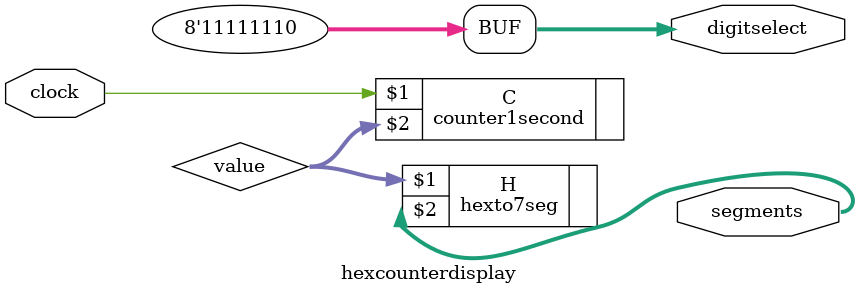
<source format=sv>
`timescale 1ns / 1ps
`default_nettype none

module hexcounterdisplay(
    input wire clock,
    output logic [7:0] segments,
    output logic [7:0] digitselect = ~(8'b0000_0001)
);

    logic [3:0] value;
    counter1second C(clock, value);
    hexto7seg H(value, segments);
    
endmodule
</source>
